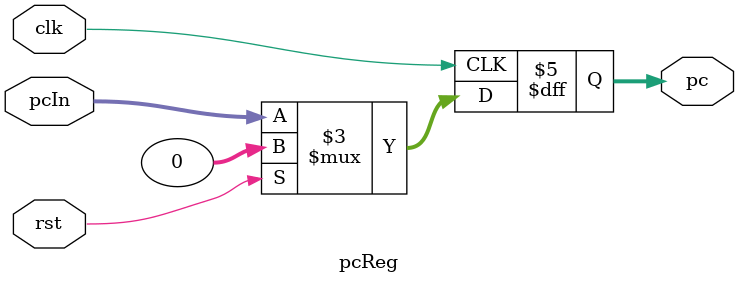
<source format=v>
module pcReg #(parameter WIDTH = 32)(clk,rst,pcIn,pc);

input clk,rst;
input [WIDTH-1:0] pcIn;
output reg [WIDTH-1:0]pc;

always@(posedge clk)begin

    if(rst)
        pc <= 32'h00000000;
    else
        pc <= pcIn;  

end
    
endmodule
</source>
